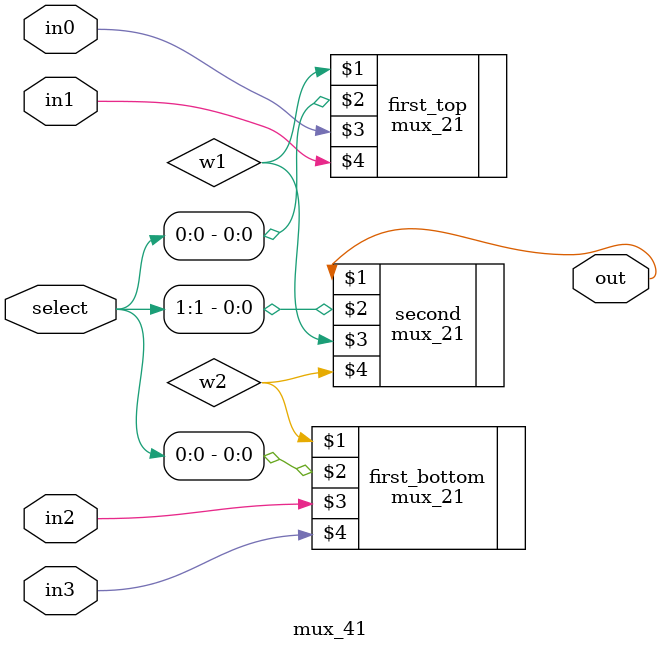
<source format=v>
module mux_41(out, select, in0, in1, in2, in3);
  input [1:0] select;
  input in0, in1, in2, in3;
  output out;
  wire w1, w2;
  mux_21 first_top(w1, select[0], in0, in1);
  mux_21 first_bottom(w2, select[0], in2, in3);
  mux_21 second(out, select[1], w1, w2);
endmodule
</source>
